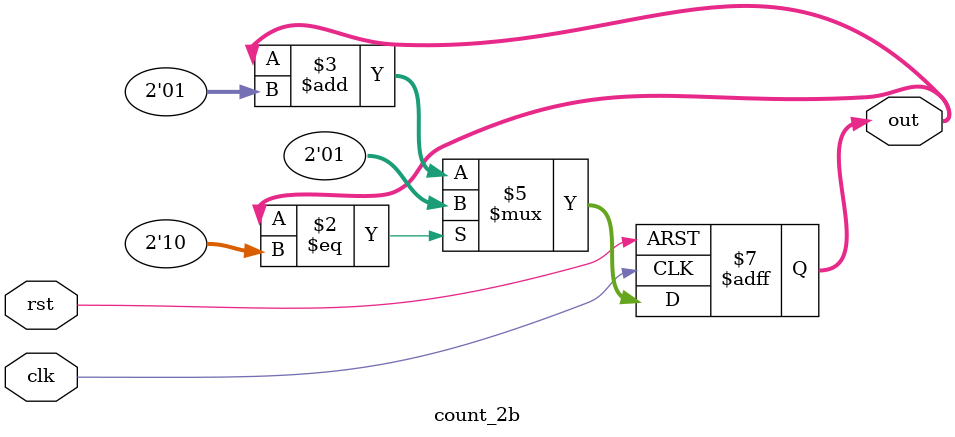
<source format=v>
module count_2b (
    input clk,
    input rst,
    output reg [1:0] out
);
always @(posedge clk or posedge rst) begin
    if (rst)
        out <= 2'b00;
    else if (out == 2'b10)
        out <= 2'b01;
    else
        out <= out + 2'b01;
end
endmodule

</source>
